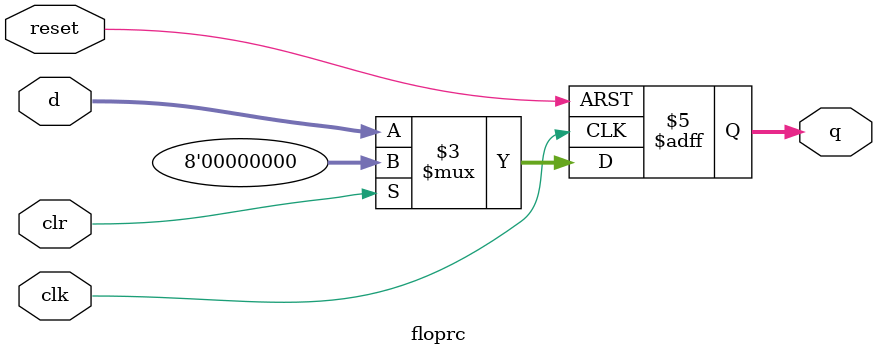
<source format=v>
module floprc (
	clk,
	reset,
    clr,
	d,
	q
);
	parameter WIDTH = 8;
	input wire clk;
	input wire reset;
    input wire clr;
	input wire [WIDTH - 1:0] d;
	output reg [WIDTH - 1:0] q;
	always @(posedge clk or posedge reset)
		if (reset)
			q <= 0;
		else 
        begin
            if(clr) q <= 0;
            else    q <= d;
        end
    
endmodule
</source>
